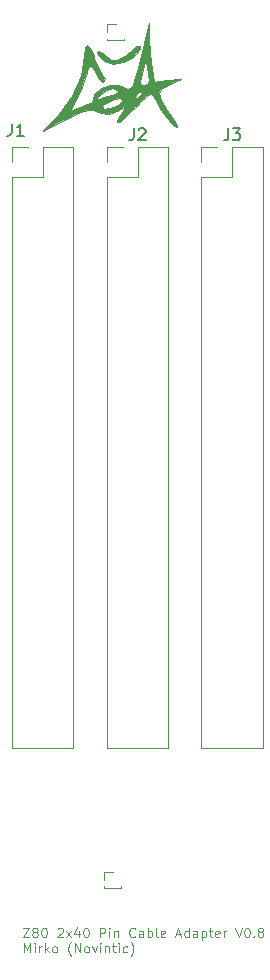
<source format=gbr>
%TF.GenerationSoftware,KiCad,Pcbnew,7.0.2-0*%
%TF.CreationDate,2023-10-04T23:28:18+02:00*%
%TF.ProjectId,Z80Pod2x40PinCable,5a383050-6f64-4327-9834-3050696e4361,rev?*%
%TF.SameCoordinates,Original*%
%TF.FileFunction,Legend,Top*%
%TF.FilePolarity,Positive*%
%FSLAX46Y46*%
G04 Gerber Fmt 4.6, Leading zero omitted, Abs format (unit mm)*
G04 Created by KiCad (PCBNEW 7.0.2-0) date 2023-10-04 23:28:18*
%MOMM*%
%LPD*%
G01*
G04 APERTURE LIST*
%ADD10C,0.100000*%
%ADD11C,0.150000*%
%ADD12C,0.120000*%
%ADD13C,0.010000*%
G04 APERTURE END LIST*
D10*
X70914285Y-136306095D02*
X71447619Y-136306095D01*
X71447619Y-136306095D02*
X70914285Y-137106095D01*
X70914285Y-137106095D02*
X71447619Y-137106095D01*
X71866666Y-136648952D02*
X71790476Y-136610857D01*
X71790476Y-136610857D02*
X71752381Y-136572761D01*
X71752381Y-136572761D02*
X71714285Y-136496571D01*
X71714285Y-136496571D02*
X71714285Y-136458476D01*
X71714285Y-136458476D02*
X71752381Y-136382285D01*
X71752381Y-136382285D02*
X71790476Y-136344190D01*
X71790476Y-136344190D02*
X71866666Y-136306095D01*
X71866666Y-136306095D02*
X72019047Y-136306095D01*
X72019047Y-136306095D02*
X72095238Y-136344190D01*
X72095238Y-136344190D02*
X72133333Y-136382285D01*
X72133333Y-136382285D02*
X72171428Y-136458476D01*
X72171428Y-136458476D02*
X72171428Y-136496571D01*
X72171428Y-136496571D02*
X72133333Y-136572761D01*
X72133333Y-136572761D02*
X72095238Y-136610857D01*
X72095238Y-136610857D02*
X72019047Y-136648952D01*
X72019047Y-136648952D02*
X71866666Y-136648952D01*
X71866666Y-136648952D02*
X71790476Y-136687047D01*
X71790476Y-136687047D02*
X71752381Y-136725142D01*
X71752381Y-136725142D02*
X71714285Y-136801333D01*
X71714285Y-136801333D02*
X71714285Y-136953714D01*
X71714285Y-136953714D02*
X71752381Y-137029904D01*
X71752381Y-137029904D02*
X71790476Y-137068000D01*
X71790476Y-137068000D02*
X71866666Y-137106095D01*
X71866666Y-137106095D02*
X72019047Y-137106095D01*
X72019047Y-137106095D02*
X72095238Y-137068000D01*
X72095238Y-137068000D02*
X72133333Y-137029904D01*
X72133333Y-137029904D02*
X72171428Y-136953714D01*
X72171428Y-136953714D02*
X72171428Y-136801333D01*
X72171428Y-136801333D02*
X72133333Y-136725142D01*
X72133333Y-136725142D02*
X72095238Y-136687047D01*
X72095238Y-136687047D02*
X72019047Y-136648952D01*
X72666667Y-136306095D02*
X72742857Y-136306095D01*
X72742857Y-136306095D02*
X72819048Y-136344190D01*
X72819048Y-136344190D02*
X72857143Y-136382285D01*
X72857143Y-136382285D02*
X72895238Y-136458476D01*
X72895238Y-136458476D02*
X72933333Y-136610857D01*
X72933333Y-136610857D02*
X72933333Y-136801333D01*
X72933333Y-136801333D02*
X72895238Y-136953714D01*
X72895238Y-136953714D02*
X72857143Y-137029904D01*
X72857143Y-137029904D02*
X72819048Y-137068000D01*
X72819048Y-137068000D02*
X72742857Y-137106095D01*
X72742857Y-137106095D02*
X72666667Y-137106095D01*
X72666667Y-137106095D02*
X72590476Y-137068000D01*
X72590476Y-137068000D02*
X72552381Y-137029904D01*
X72552381Y-137029904D02*
X72514286Y-136953714D01*
X72514286Y-136953714D02*
X72476190Y-136801333D01*
X72476190Y-136801333D02*
X72476190Y-136610857D01*
X72476190Y-136610857D02*
X72514286Y-136458476D01*
X72514286Y-136458476D02*
X72552381Y-136382285D01*
X72552381Y-136382285D02*
X72590476Y-136344190D01*
X72590476Y-136344190D02*
X72666667Y-136306095D01*
X73847619Y-136382285D02*
X73885715Y-136344190D01*
X73885715Y-136344190D02*
X73961905Y-136306095D01*
X73961905Y-136306095D02*
X74152381Y-136306095D01*
X74152381Y-136306095D02*
X74228572Y-136344190D01*
X74228572Y-136344190D02*
X74266667Y-136382285D01*
X74266667Y-136382285D02*
X74304762Y-136458476D01*
X74304762Y-136458476D02*
X74304762Y-136534666D01*
X74304762Y-136534666D02*
X74266667Y-136648952D01*
X74266667Y-136648952D02*
X73809524Y-137106095D01*
X73809524Y-137106095D02*
X74304762Y-137106095D01*
X74571429Y-137106095D02*
X74990477Y-136572761D01*
X74571429Y-136572761D02*
X74990477Y-137106095D01*
X75638096Y-136572761D02*
X75638096Y-137106095D01*
X75447620Y-136268000D02*
X75257143Y-136839428D01*
X75257143Y-136839428D02*
X75752382Y-136839428D01*
X76209525Y-136306095D02*
X76285715Y-136306095D01*
X76285715Y-136306095D02*
X76361906Y-136344190D01*
X76361906Y-136344190D02*
X76400001Y-136382285D01*
X76400001Y-136382285D02*
X76438096Y-136458476D01*
X76438096Y-136458476D02*
X76476191Y-136610857D01*
X76476191Y-136610857D02*
X76476191Y-136801333D01*
X76476191Y-136801333D02*
X76438096Y-136953714D01*
X76438096Y-136953714D02*
X76400001Y-137029904D01*
X76400001Y-137029904D02*
X76361906Y-137068000D01*
X76361906Y-137068000D02*
X76285715Y-137106095D01*
X76285715Y-137106095D02*
X76209525Y-137106095D01*
X76209525Y-137106095D02*
X76133334Y-137068000D01*
X76133334Y-137068000D02*
X76095239Y-137029904D01*
X76095239Y-137029904D02*
X76057144Y-136953714D01*
X76057144Y-136953714D02*
X76019048Y-136801333D01*
X76019048Y-136801333D02*
X76019048Y-136610857D01*
X76019048Y-136610857D02*
X76057144Y-136458476D01*
X76057144Y-136458476D02*
X76095239Y-136382285D01*
X76095239Y-136382285D02*
X76133334Y-136344190D01*
X76133334Y-136344190D02*
X76209525Y-136306095D01*
X77428573Y-137106095D02*
X77428573Y-136306095D01*
X77428573Y-136306095D02*
X77733335Y-136306095D01*
X77733335Y-136306095D02*
X77809525Y-136344190D01*
X77809525Y-136344190D02*
X77847620Y-136382285D01*
X77847620Y-136382285D02*
X77885716Y-136458476D01*
X77885716Y-136458476D02*
X77885716Y-136572761D01*
X77885716Y-136572761D02*
X77847620Y-136648952D01*
X77847620Y-136648952D02*
X77809525Y-136687047D01*
X77809525Y-136687047D02*
X77733335Y-136725142D01*
X77733335Y-136725142D02*
X77428573Y-136725142D01*
X78228573Y-137106095D02*
X78228573Y-136572761D01*
X78228573Y-136306095D02*
X78190477Y-136344190D01*
X78190477Y-136344190D02*
X78228573Y-136382285D01*
X78228573Y-136382285D02*
X78266668Y-136344190D01*
X78266668Y-136344190D02*
X78228573Y-136306095D01*
X78228573Y-136306095D02*
X78228573Y-136382285D01*
X78609525Y-136572761D02*
X78609525Y-137106095D01*
X78609525Y-136648952D02*
X78647620Y-136610857D01*
X78647620Y-136610857D02*
X78723810Y-136572761D01*
X78723810Y-136572761D02*
X78838096Y-136572761D01*
X78838096Y-136572761D02*
X78914287Y-136610857D01*
X78914287Y-136610857D02*
X78952382Y-136687047D01*
X78952382Y-136687047D02*
X78952382Y-137106095D01*
X80400002Y-137029904D02*
X80361906Y-137068000D01*
X80361906Y-137068000D02*
X80247621Y-137106095D01*
X80247621Y-137106095D02*
X80171430Y-137106095D01*
X80171430Y-137106095D02*
X80057144Y-137068000D01*
X80057144Y-137068000D02*
X79980954Y-136991809D01*
X79980954Y-136991809D02*
X79942859Y-136915619D01*
X79942859Y-136915619D02*
X79904763Y-136763238D01*
X79904763Y-136763238D02*
X79904763Y-136648952D01*
X79904763Y-136648952D02*
X79942859Y-136496571D01*
X79942859Y-136496571D02*
X79980954Y-136420380D01*
X79980954Y-136420380D02*
X80057144Y-136344190D01*
X80057144Y-136344190D02*
X80171430Y-136306095D01*
X80171430Y-136306095D02*
X80247621Y-136306095D01*
X80247621Y-136306095D02*
X80361906Y-136344190D01*
X80361906Y-136344190D02*
X80400002Y-136382285D01*
X81085716Y-137106095D02*
X81085716Y-136687047D01*
X81085716Y-136687047D02*
X81047621Y-136610857D01*
X81047621Y-136610857D02*
X80971430Y-136572761D01*
X80971430Y-136572761D02*
X80819049Y-136572761D01*
X80819049Y-136572761D02*
X80742859Y-136610857D01*
X81085716Y-137068000D02*
X81009525Y-137106095D01*
X81009525Y-137106095D02*
X80819049Y-137106095D01*
X80819049Y-137106095D02*
X80742859Y-137068000D01*
X80742859Y-137068000D02*
X80704763Y-136991809D01*
X80704763Y-136991809D02*
X80704763Y-136915619D01*
X80704763Y-136915619D02*
X80742859Y-136839428D01*
X80742859Y-136839428D02*
X80819049Y-136801333D01*
X80819049Y-136801333D02*
X81009525Y-136801333D01*
X81009525Y-136801333D02*
X81085716Y-136763238D01*
X81466669Y-137106095D02*
X81466669Y-136306095D01*
X81466669Y-136610857D02*
X81542859Y-136572761D01*
X81542859Y-136572761D02*
X81695240Y-136572761D01*
X81695240Y-136572761D02*
X81771431Y-136610857D01*
X81771431Y-136610857D02*
X81809526Y-136648952D01*
X81809526Y-136648952D02*
X81847621Y-136725142D01*
X81847621Y-136725142D02*
X81847621Y-136953714D01*
X81847621Y-136953714D02*
X81809526Y-137029904D01*
X81809526Y-137029904D02*
X81771431Y-137068000D01*
X81771431Y-137068000D02*
X81695240Y-137106095D01*
X81695240Y-137106095D02*
X81542859Y-137106095D01*
X81542859Y-137106095D02*
X81466669Y-137068000D01*
X82304764Y-137106095D02*
X82228574Y-137068000D01*
X82228574Y-137068000D02*
X82190479Y-136991809D01*
X82190479Y-136991809D02*
X82190479Y-136306095D01*
X82914289Y-137068000D02*
X82838098Y-137106095D01*
X82838098Y-137106095D02*
X82685717Y-137106095D01*
X82685717Y-137106095D02*
X82609527Y-137068000D01*
X82609527Y-137068000D02*
X82571431Y-136991809D01*
X82571431Y-136991809D02*
X82571431Y-136687047D01*
X82571431Y-136687047D02*
X82609527Y-136610857D01*
X82609527Y-136610857D02*
X82685717Y-136572761D01*
X82685717Y-136572761D02*
X82838098Y-136572761D01*
X82838098Y-136572761D02*
X82914289Y-136610857D01*
X82914289Y-136610857D02*
X82952384Y-136687047D01*
X82952384Y-136687047D02*
X82952384Y-136763238D01*
X82952384Y-136763238D02*
X82571431Y-136839428D01*
X83866669Y-136877523D02*
X84247622Y-136877523D01*
X83790479Y-137106095D02*
X84057146Y-136306095D01*
X84057146Y-136306095D02*
X84323812Y-137106095D01*
X84933336Y-137106095D02*
X84933336Y-136306095D01*
X84933336Y-137068000D02*
X84857145Y-137106095D01*
X84857145Y-137106095D02*
X84704764Y-137106095D01*
X84704764Y-137106095D02*
X84628574Y-137068000D01*
X84628574Y-137068000D02*
X84590479Y-137029904D01*
X84590479Y-137029904D02*
X84552383Y-136953714D01*
X84552383Y-136953714D02*
X84552383Y-136725142D01*
X84552383Y-136725142D02*
X84590479Y-136648952D01*
X84590479Y-136648952D02*
X84628574Y-136610857D01*
X84628574Y-136610857D02*
X84704764Y-136572761D01*
X84704764Y-136572761D02*
X84857145Y-136572761D01*
X84857145Y-136572761D02*
X84933336Y-136610857D01*
X85657146Y-137106095D02*
X85657146Y-136687047D01*
X85657146Y-136687047D02*
X85619051Y-136610857D01*
X85619051Y-136610857D02*
X85542860Y-136572761D01*
X85542860Y-136572761D02*
X85390479Y-136572761D01*
X85390479Y-136572761D02*
X85314289Y-136610857D01*
X85657146Y-137068000D02*
X85580955Y-137106095D01*
X85580955Y-137106095D02*
X85390479Y-137106095D01*
X85390479Y-137106095D02*
X85314289Y-137068000D01*
X85314289Y-137068000D02*
X85276193Y-136991809D01*
X85276193Y-136991809D02*
X85276193Y-136915619D01*
X85276193Y-136915619D02*
X85314289Y-136839428D01*
X85314289Y-136839428D02*
X85390479Y-136801333D01*
X85390479Y-136801333D02*
X85580955Y-136801333D01*
X85580955Y-136801333D02*
X85657146Y-136763238D01*
X86038099Y-136572761D02*
X86038099Y-137372761D01*
X86038099Y-136610857D02*
X86114289Y-136572761D01*
X86114289Y-136572761D02*
X86266670Y-136572761D01*
X86266670Y-136572761D02*
X86342861Y-136610857D01*
X86342861Y-136610857D02*
X86380956Y-136648952D01*
X86380956Y-136648952D02*
X86419051Y-136725142D01*
X86419051Y-136725142D02*
X86419051Y-136953714D01*
X86419051Y-136953714D02*
X86380956Y-137029904D01*
X86380956Y-137029904D02*
X86342861Y-137068000D01*
X86342861Y-137068000D02*
X86266670Y-137106095D01*
X86266670Y-137106095D02*
X86114289Y-137106095D01*
X86114289Y-137106095D02*
X86038099Y-137068000D01*
X86647623Y-136572761D02*
X86952385Y-136572761D01*
X86761909Y-136306095D02*
X86761909Y-136991809D01*
X86761909Y-136991809D02*
X86800004Y-137068000D01*
X86800004Y-137068000D02*
X86876194Y-137106095D01*
X86876194Y-137106095D02*
X86952385Y-137106095D01*
X87523814Y-137068000D02*
X87447623Y-137106095D01*
X87447623Y-137106095D02*
X87295242Y-137106095D01*
X87295242Y-137106095D02*
X87219052Y-137068000D01*
X87219052Y-137068000D02*
X87180956Y-136991809D01*
X87180956Y-136991809D02*
X87180956Y-136687047D01*
X87180956Y-136687047D02*
X87219052Y-136610857D01*
X87219052Y-136610857D02*
X87295242Y-136572761D01*
X87295242Y-136572761D02*
X87447623Y-136572761D01*
X87447623Y-136572761D02*
X87523814Y-136610857D01*
X87523814Y-136610857D02*
X87561909Y-136687047D01*
X87561909Y-136687047D02*
X87561909Y-136763238D01*
X87561909Y-136763238D02*
X87180956Y-136839428D01*
X87904766Y-137106095D02*
X87904766Y-136572761D01*
X87904766Y-136725142D02*
X87942861Y-136648952D01*
X87942861Y-136648952D02*
X87980956Y-136610857D01*
X87980956Y-136610857D02*
X88057147Y-136572761D01*
X88057147Y-136572761D02*
X88133337Y-136572761D01*
X88895242Y-136306095D02*
X89161909Y-137106095D01*
X89161909Y-137106095D02*
X89428575Y-136306095D01*
X89847623Y-136306095D02*
X89923813Y-136306095D01*
X89923813Y-136306095D02*
X90000004Y-136344190D01*
X90000004Y-136344190D02*
X90038099Y-136382285D01*
X90038099Y-136382285D02*
X90076194Y-136458476D01*
X90076194Y-136458476D02*
X90114289Y-136610857D01*
X90114289Y-136610857D02*
X90114289Y-136801333D01*
X90114289Y-136801333D02*
X90076194Y-136953714D01*
X90076194Y-136953714D02*
X90038099Y-137029904D01*
X90038099Y-137029904D02*
X90000004Y-137068000D01*
X90000004Y-137068000D02*
X89923813Y-137106095D01*
X89923813Y-137106095D02*
X89847623Y-137106095D01*
X89847623Y-137106095D02*
X89771432Y-137068000D01*
X89771432Y-137068000D02*
X89733337Y-137029904D01*
X89733337Y-137029904D02*
X89695242Y-136953714D01*
X89695242Y-136953714D02*
X89657146Y-136801333D01*
X89657146Y-136801333D02*
X89657146Y-136610857D01*
X89657146Y-136610857D02*
X89695242Y-136458476D01*
X89695242Y-136458476D02*
X89733337Y-136382285D01*
X89733337Y-136382285D02*
X89771432Y-136344190D01*
X89771432Y-136344190D02*
X89847623Y-136306095D01*
X90457147Y-137029904D02*
X90495242Y-137068000D01*
X90495242Y-137068000D02*
X90457147Y-137106095D01*
X90457147Y-137106095D02*
X90419051Y-137068000D01*
X90419051Y-137068000D02*
X90457147Y-137029904D01*
X90457147Y-137029904D02*
X90457147Y-137106095D01*
X90952384Y-136648952D02*
X90876194Y-136610857D01*
X90876194Y-136610857D02*
X90838099Y-136572761D01*
X90838099Y-136572761D02*
X90800003Y-136496571D01*
X90800003Y-136496571D02*
X90800003Y-136458476D01*
X90800003Y-136458476D02*
X90838099Y-136382285D01*
X90838099Y-136382285D02*
X90876194Y-136344190D01*
X90876194Y-136344190D02*
X90952384Y-136306095D01*
X90952384Y-136306095D02*
X91104765Y-136306095D01*
X91104765Y-136306095D02*
X91180956Y-136344190D01*
X91180956Y-136344190D02*
X91219051Y-136382285D01*
X91219051Y-136382285D02*
X91257146Y-136458476D01*
X91257146Y-136458476D02*
X91257146Y-136496571D01*
X91257146Y-136496571D02*
X91219051Y-136572761D01*
X91219051Y-136572761D02*
X91180956Y-136610857D01*
X91180956Y-136610857D02*
X91104765Y-136648952D01*
X91104765Y-136648952D02*
X90952384Y-136648952D01*
X90952384Y-136648952D02*
X90876194Y-136687047D01*
X90876194Y-136687047D02*
X90838099Y-136725142D01*
X90838099Y-136725142D02*
X90800003Y-136801333D01*
X90800003Y-136801333D02*
X90800003Y-136953714D01*
X90800003Y-136953714D02*
X90838099Y-137029904D01*
X90838099Y-137029904D02*
X90876194Y-137068000D01*
X90876194Y-137068000D02*
X90952384Y-137106095D01*
X90952384Y-137106095D02*
X91104765Y-137106095D01*
X91104765Y-137106095D02*
X91180956Y-137068000D01*
X91180956Y-137068000D02*
X91219051Y-137029904D01*
X91219051Y-137029904D02*
X91257146Y-136953714D01*
X91257146Y-136953714D02*
X91257146Y-136801333D01*
X91257146Y-136801333D02*
X91219051Y-136725142D01*
X91219051Y-136725142D02*
X91180956Y-136687047D01*
X91180956Y-136687047D02*
X91104765Y-136648952D01*
X70990476Y-138402095D02*
X70990476Y-137602095D01*
X70990476Y-137602095D02*
X71257142Y-138173523D01*
X71257142Y-138173523D02*
X71523809Y-137602095D01*
X71523809Y-137602095D02*
X71523809Y-138402095D01*
X71904762Y-138402095D02*
X71904762Y-137868761D01*
X71904762Y-137602095D02*
X71866666Y-137640190D01*
X71866666Y-137640190D02*
X71904762Y-137678285D01*
X71904762Y-137678285D02*
X71942857Y-137640190D01*
X71942857Y-137640190D02*
X71904762Y-137602095D01*
X71904762Y-137602095D02*
X71904762Y-137678285D01*
X72285714Y-138402095D02*
X72285714Y-137868761D01*
X72285714Y-138021142D02*
X72323809Y-137944952D01*
X72323809Y-137944952D02*
X72361904Y-137906857D01*
X72361904Y-137906857D02*
X72438095Y-137868761D01*
X72438095Y-137868761D02*
X72514285Y-137868761D01*
X72780952Y-138402095D02*
X72780952Y-137602095D01*
X72857142Y-138097333D02*
X73085714Y-138402095D01*
X73085714Y-137868761D02*
X72780952Y-138173523D01*
X73542856Y-138402095D02*
X73466666Y-138364000D01*
X73466666Y-138364000D02*
X73428571Y-138325904D01*
X73428571Y-138325904D02*
X73390475Y-138249714D01*
X73390475Y-138249714D02*
X73390475Y-138021142D01*
X73390475Y-138021142D02*
X73428571Y-137944952D01*
X73428571Y-137944952D02*
X73466666Y-137906857D01*
X73466666Y-137906857D02*
X73542856Y-137868761D01*
X73542856Y-137868761D02*
X73657142Y-137868761D01*
X73657142Y-137868761D02*
X73733333Y-137906857D01*
X73733333Y-137906857D02*
X73771428Y-137944952D01*
X73771428Y-137944952D02*
X73809523Y-138021142D01*
X73809523Y-138021142D02*
X73809523Y-138249714D01*
X73809523Y-138249714D02*
X73771428Y-138325904D01*
X73771428Y-138325904D02*
X73733333Y-138364000D01*
X73733333Y-138364000D02*
X73657142Y-138402095D01*
X73657142Y-138402095D02*
X73542856Y-138402095D01*
X74990476Y-138706857D02*
X74952381Y-138668761D01*
X74952381Y-138668761D02*
X74876190Y-138554476D01*
X74876190Y-138554476D02*
X74838095Y-138478285D01*
X74838095Y-138478285D02*
X74800000Y-138364000D01*
X74800000Y-138364000D02*
X74761905Y-138173523D01*
X74761905Y-138173523D02*
X74761905Y-138021142D01*
X74761905Y-138021142D02*
X74800000Y-137830666D01*
X74800000Y-137830666D02*
X74838095Y-137716380D01*
X74838095Y-137716380D02*
X74876190Y-137640190D01*
X74876190Y-137640190D02*
X74952381Y-137525904D01*
X74952381Y-137525904D02*
X74990476Y-137487809D01*
X75295238Y-138402095D02*
X75295238Y-137602095D01*
X75295238Y-137602095D02*
X75752381Y-138402095D01*
X75752381Y-138402095D02*
X75752381Y-137602095D01*
X76247618Y-138402095D02*
X76171428Y-138364000D01*
X76171428Y-138364000D02*
X76133333Y-138325904D01*
X76133333Y-138325904D02*
X76095237Y-138249714D01*
X76095237Y-138249714D02*
X76095237Y-138021142D01*
X76095237Y-138021142D02*
X76133333Y-137944952D01*
X76133333Y-137944952D02*
X76171428Y-137906857D01*
X76171428Y-137906857D02*
X76247618Y-137868761D01*
X76247618Y-137868761D02*
X76361904Y-137868761D01*
X76361904Y-137868761D02*
X76438095Y-137906857D01*
X76438095Y-137906857D02*
X76476190Y-137944952D01*
X76476190Y-137944952D02*
X76514285Y-138021142D01*
X76514285Y-138021142D02*
X76514285Y-138249714D01*
X76514285Y-138249714D02*
X76476190Y-138325904D01*
X76476190Y-138325904D02*
X76438095Y-138364000D01*
X76438095Y-138364000D02*
X76361904Y-138402095D01*
X76361904Y-138402095D02*
X76247618Y-138402095D01*
X76780952Y-137868761D02*
X76971428Y-138402095D01*
X76971428Y-138402095D02*
X77161905Y-137868761D01*
X77466667Y-138402095D02*
X77466667Y-137868761D01*
X77466667Y-137602095D02*
X77428571Y-137640190D01*
X77428571Y-137640190D02*
X77466667Y-137678285D01*
X77466667Y-137678285D02*
X77504762Y-137640190D01*
X77504762Y-137640190D02*
X77466667Y-137602095D01*
X77466667Y-137602095D02*
X77466667Y-137678285D01*
X77847619Y-137868761D02*
X77847619Y-138402095D01*
X77847619Y-137944952D02*
X77885714Y-137906857D01*
X77885714Y-137906857D02*
X77961904Y-137868761D01*
X77961904Y-137868761D02*
X78076190Y-137868761D01*
X78076190Y-137868761D02*
X78152381Y-137906857D01*
X78152381Y-137906857D02*
X78190476Y-137983047D01*
X78190476Y-137983047D02*
X78190476Y-138402095D01*
X78457143Y-137868761D02*
X78761905Y-137868761D01*
X78571429Y-137602095D02*
X78571429Y-138287809D01*
X78571429Y-138287809D02*
X78609524Y-138364000D01*
X78609524Y-138364000D02*
X78685714Y-138402095D01*
X78685714Y-138402095D02*
X78761905Y-138402095D01*
X79028572Y-138402095D02*
X79028572Y-137868761D01*
X79028572Y-137602095D02*
X78990476Y-137640190D01*
X78990476Y-137640190D02*
X79028572Y-137678285D01*
X79028572Y-137678285D02*
X79066667Y-137640190D01*
X79066667Y-137640190D02*
X79028572Y-137602095D01*
X79028572Y-137602095D02*
X79028572Y-137678285D01*
X79752381Y-138364000D02*
X79676190Y-138402095D01*
X79676190Y-138402095D02*
X79523809Y-138402095D01*
X79523809Y-138402095D02*
X79447619Y-138364000D01*
X79447619Y-138364000D02*
X79409524Y-138325904D01*
X79409524Y-138325904D02*
X79371428Y-138249714D01*
X79371428Y-138249714D02*
X79371428Y-138021142D01*
X79371428Y-138021142D02*
X79409524Y-137944952D01*
X79409524Y-137944952D02*
X79447619Y-137906857D01*
X79447619Y-137906857D02*
X79523809Y-137868761D01*
X79523809Y-137868761D02*
X79676190Y-137868761D01*
X79676190Y-137868761D02*
X79752381Y-137906857D01*
X80019047Y-138706857D02*
X80057142Y-138668761D01*
X80057142Y-138668761D02*
X80133333Y-138554476D01*
X80133333Y-138554476D02*
X80171428Y-138478285D01*
X80171428Y-138478285D02*
X80209523Y-138364000D01*
X80209523Y-138364000D02*
X80247619Y-138173523D01*
X80247619Y-138173523D02*
X80247619Y-138021142D01*
X80247619Y-138021142D02*
X80209523Y-137830666D01*
X80209523Y-137830666D02*
X80171428Y-137716380D01*
X80171428Y-137716380D02*
X80133333Y-137640190D01*
X80133333Y-137640190D02*
X80057142Y-137525904D01*
X80057142Y-137525904D02*
X80019047Y-137487809D01*
D11*
%TO.C,J2*%
X80286666Y-68632619D02*
X80286666Y-69346904D01*
X80286666Y-69346904D02*
X80239047Y-69489761D01*
X80239047Y-69489761D02*
X80143809Y-69585000D01*
X80143809Y-69585000D02*
X80000952Y-69632619D01*
X80000952Y-69632619D02*
X79905714Y-69632619D01*
X80715238Y-68727857D02*
X80762857Y-68680238D01*
X80762857Y-68680238D02*
X80858095Y-68632619D01*
X80858095Y-68632619D02*
X81096190Y-68632619D01*
X81096190Y-68632619D02*
X81191428Y-68680238D01*
X81191428Y-68680238D02*
X81239047Y-68727857D01*
X81239047Y-68727857D02*
X81286666Y-68823095D01*
X81286666Y-68823095D02*
X81286666Y-68918333D01*
X81286666Y-68918333D02*
X81239047Y-69061190D01*
X81239047Y-69061190D02*
X80667619Y-69632619D01*
X80667619Y-69632619D02*
X81286666Y-69632619D01*
%TO.C,J1*%
X69966666Y-68262619D02*
X69966666Y-68976904D01*
X69966666Y-68976904D02*
X69919047Y-69119761D01*
X69919047Y-69119761D02*
X69823809Y-69215000D01*
X69823809Y-69215000D02*
X69680952Y-69262619D01*
X69680952Y-69262619D02*
X69585714Y-69262619D01*
X70966666Y-69262619D02*
X70395238Y-69262619D01*
X70680952Y-69262619D02*
X70680952Y-68262619D01*
X70680952Y-68262619D02*
X70585714Y-68405476D01*
X70585714Y-68405476D02*
X70490476Y-68500714D01*
X70490476Y-68500714D02*
X70395238Y-68548333D01*
%TO.C,J3*%
X88286666Y-68632619D02*
X88286666Y-69346904D01*
X88286666Y-69346904D02*
X88239047Y-69489761D01*
X88239047Y-69489761D02*
X88143809Y-69585000D01*
X88143809Y-69585000D02*
X88000952Y-69632619D01*
X88000952Y-69632619D02*
X87905714Y-69632619D01*
X88667619Y-68632619D02*
X89286666Y-68632619D01*
X89286666Y-68632619D02*
X88953333Y-69013571D01*
X88953333Y-69013571D02*
X89096190Y-69013571D01*
X89096190Y-69013571D02*
X89191428Y-69061190D01*
X89191428Y-69061190D02*
X89239047Y-69108809D01*
X89239047Y-69108809D02*
X89286666Y-69204047D01*
X89286666Y-69204047D02*
X89286666Y-69442142D01*
X89286666Y-69442142D02*
X89239047Y-69537380D01*
X89239047Y-69537380D02*
X89191428Y-69585000D01*
X89191428Y-69585000D02*
X89096190Y-69632619D01*
X89096190Y-69632619D02*
X88810476Y-69632619D01*
X88810476Y-69632619D02*
X88715238Y-69585000D01*
X88715238Y-69585000D02*
X88667619Y-69537380D01*
D12*
%TO.C,J2*%
X78020000Y-70170000D02*
X79350000Y-70170000D01*
X78020000Y-71500000D02*
X78020000Y-70170000D01*
X78020000Y-72770000D02*
X78020000Y-121090000D01*
X78020000Y-72770000D02*
X80620000Y-72770000D01*
X78020000Y-121090000D02*
X83220000Y-121090000D01*
X80620000Y-70170000D02*
X83220000Y-70170000D01*
X80620000Y-72770000D02*
X80620000Y-70170000D01*
X83220000Y-70170000D02*
X83220000Y-121090000D01*
%TO.C,TP1*%
X78055000Y-59815000D02*
X78750000Y-59815000D01*
X78055000Y-60500000D02*
X78055000Y-59815000D01*
X78055000Y-61185000D02*
X78055000Y-61060000D01*
X78055000Y-61185000D02*
X78141724Y-61185000D01*
X78055000Y-61185000D02*
X79445000Y-61185000D01*
X79358276Y-61185000D02*
X79445000Y-61185000D01*
X79445000Y-61185000D02*
X79445000Y-61060000D01*
%TO.C,J1*%
X69970000Y-70170000D02*
X71300000Y-70170000D01*
X69970000Y-71500000D02*
X69970000Y-70170000D01*
X69970000Y-72770000D02*
X69970000Y-121090000D01*
X69970000Y-72770000D02*
X72570000Y-72770000D01*
X69970000Y-121090000D02*
X75170000Y-121090000D01*
X72570000Y-70170000D02*
X75170000Y-70170000D01*
X72570000Y-72770000D02*
X72570000Y-70170000D01*
X75170000Y-70170000D02*
X75170000Y-121090000D01*
%TO.C,TP2*%
X77805000Y-131565000D02*
X78500000Y-131565000D01*
X77805000Y-132250000D02*
X77805000Y-131565000D01*
X77805000Y-132935000D02*
X77805000Y-132810000D01*
X77805000Y-132935000D02*
X77891724Y-132935000D01*
X77805000Y-132935000D02*
X79195000Y-132935000D01*
X79108276Y-132935000D02*
X79195000Y-132935000D01*
X79195000Y-132935000D02*
X79195000Y-132810000D01*
%TO.C,J3*%
X86020000Y-70170000D02*
X87350000Y-70170000D01*
X86020000Y-71500000D02*
X86020000Y-70170000D01*
X86020000Y-72770000D02*
X86020000Y-121090000D01*
X86020000Y-72770000D02*
X88620000Y-72770000D01*
X86020000Y-121090000D02*
X91220000Y-121090000D01*
X88620000Y-70170000D02*
X91220000Y-70170000D01*
X88620000Y-72770000D02*
X88620000Y-70170000D01*
X91220000Y-70170000D02*
X91220000Y-121090000D01*
%TO.C,G\u002A\u002A\u002A*%
D13*
X80800742Y-61876844D02*
X80381327Y-62382114D01*
X80211910Y-62545128D01*
X79415214Y-63026375D01*
X78545772Y-63158956D01*
X77773012Y-62933039D01*
X77493812Y-62702887D01*
X77205914Y-62255513D01*
X77290576Y-62079134D01*
X77652979Y-62245702D01*
X77857166Y-62427166D01*
X78385149Y-62818930D01*
X78909647Y-62843799D01*
X79550194Y-62484844D01*
X79986161Y-62125687D01*
X80572222Y-61691151D01*
X80854061Y-61627363D01*
X80800742Y-61876844D01*
G36*
X80800742Y-61876844D02*
G01*
X80381327Y-62382114D01*
X80211910Y-62545128D01*
X79415214Y-63026375D01*
X78545772Y-63158956D01*
X77773012Y-62933039D01*
X77493812Y-62702887D01*
X77205914Y-62255513D01*
X77290576Y-62079134D01*
X77652979Y-62245702D01*
X77857166Y-62427166D01*
X78385149Y-62818930D01*
X78909647Y-62843799D01*
X79550194Y-62484844D01*
X79986161Y-62125687D01*
X80572222Y-61691151D01*
X80854061Y-61627363D01*
X80800742Y-61876844D01*
G37*
X81619748Y-61037048D02*
X81670923Y-62097580D01*
X81767431Y-63189307D01*
X81806234Y-63504134D01*
X81966468Y-64673171D01*
X83139734Y-64557640D01*
X84313000Y-64442110D01*
X83360500Y-64855522D01*
X82715075Y-65224756D01*
X82455608Y-65659529D01*
X82579916Y-66243065D01*
X83085815Y-67058590D01*
X83295322Y-67339544D01*
X83735729Y-67958666D01*
X83974113Y-68380333D01*
X83974598Y-68502000D01*
X83618051Y-68301094D01*
X83131029Y-67786862D01*
X82626160Y-67092033D01*
X82304188Y-66533500D01*
X81977442Y-65991230D01*
X81708790Y-65716411D01*
X81674235Y-65708000D01*
X81406484Y-65880770D01*
X80905867Y-66334466D01*
X80279069Y-66972165D01*
X80258038Y-66994614D01*
X79563088Y-67692079D01*
X79099218Y-68066197D01*
X78898651Y-68104541D01*
X78993608Y-67794685D01*
X79237152Y-67388309D01*
X79662896Y-66738542D01*
X78878961Y-67129621D01*
X78196484Y-67376003D01*
X77553234Y-67314804D01*
X77258798Y-67218315D01*
X76804918Y-67088247D01*
X76374890Y-67088681D01*
X75834199Y-67251620D01*
X75048331Y-67609066D01*
X74525785Y-67868539D01*
X72629000Y-68821146D01*
X73941573Y-67428904D01*
X75101344Y-65883869D01*
X75817580Y-64206881D01*
X76058000Y-62501889D01*
X76127500Y-61794804D01*
X76313648Y-61567228D01*
X76582916Y-61813373D01*
X76901777Y-62527452D01*
X76945353Y-62655042D01*
X77225825Y-63399947D01*
X77485082Y-63925673D01*
X77601420Y-64069002D01*
X77818807Y-64366665D01*
X77754951Y-64643583D01*
X77612815Y-64692000D01*
X77372277Y-64482259D01*
X77092279Y-63973379D01*
X77075337Y-63933228D01*
X76759891Y-63424580D01*
X76477657Y-63355423D01*
X76320865Y-63728662D01*
X76312000Y-63909196D01*
X76201875Y-64370651D01*
X75916099Y-65103030D01*
X75597595Y-65782728D01*
X74883190Y-67199044D01*
X75755614Y-66834522D01*
X75969061Y-66748847D01*
X77582000Y-66748847D01*
X77778509Y-66950819D01*
X78246015Y-66941930D01*
X78801482Y-66739177D01*
X78993553Y-66617767D01*
X79315487Y-66291727D01*
X79337288Y-66108622D01*
X79013153Y-66076278D01*
X78472230Y-66213919D01*
X77930834Y-66442648D01*
X77605277Y-66683564D01*
X77582000Y-66748847D01*
X75969061Y-66748847D01*
X76346623Y-66597299D01*
X76697626Y-66474645D01*
X76724019Y-66470000D01*
X76811915Y-66265220D01*
X76820000Y-66128366D01*
X76845067Y-66071555D01*
X77194474Y-66071555D01*
X77230905Y-66156263D01*
X77415096Y-66109177D01*
X77761445Y-66008091D01*
X80376000Y-66008091D01*
X80521126Y-66110478D01*
X80763138Y-65956905D01*
X81029406Y-65646314D01*
X81034037Y-65519370D01*
X80752021Y-65513934D01*
X80458789Y-65770241D01*
X80376000Y-66008091D01*
X77761445Y-66008091D01*
X78044819Y-65925385D01*
X78492841Y-65806821D01*
X78900910Y-65616139D01*
X78962254Y-65426904D01*
X78572931Y-65209700D01*
X77984836Y-65403535D01*
X77546639Y-65729260D01*
X77194474Y-66071555D01*
X76845067Y-66071555D01*
X77035752Y-65639412D01*
X77571484Y-65237270D01*
X78259907Y-64979235D01*
X78933732Y-64922602D01*
X79425670Y-65124666D01*
X79494622Y-65212333D01*
X79773962Y-65335125D01*
X79992092Y-65202413D01*
X80185714Y-64928057D01*
X80326258Y-64578104D01*
X80822468Y-64578104D01*
X80858999Y-64868876D01*
X81107920Y-64944773D01*
X81184797Y-64946000D01*
X81490221Y-64879598D01*
X81575705Y-64588717D01*
X81496813Y-63993500D01*
X81375982Y-63368065D01*
X81292216Y-63011139D01*
X81281642Y-62985504D01*
X81197315Y-63167772D01*
X81037276Y-63691251D01*
X80969626Y-63938004D01*
X80822468Y-64578104D01*
X80326258Y-64578104D01*
X80408173Y-64374138D01*
X80676929Y-63483716D01*
X81009438Y-62199851D01*
X81355631Y-60755000D01*
X81593496Y-59739000D01*
X81619748Y-61037048D01*
G36*
X81619748Y-61037048D02*
G01*
X81670923Y-62097580D01*
X81767431Y-63189307D01*
X81806234Y-63504134D01*
X81966468Y-64673171D01*
X83139734Y-64557640D01*
X84313000Y-64442110D01*
X83360500Y-64855522D01*
X82715075Y-65224756D01*
X82455608Y-65659529D01*
X82579916Y-66243065D01*
X83085815Y-67058590D01*
X83295322Y-67339544D01*
X83735729Y-67958666D01*
X83974113Y-68380333D01*
X83974598Y-68502000D01*
X83618051Y-68301094D01*
X83131029Y-67786862D01*
X82626160Y-67092033D01*
X82304188Y-66533500D01*
X81977442Y-65991230D01*
X81708790Y-65716411D01*
X81674235Y-65708000D01*
X81406484Y-65880770D01*
X80905867Y-66334466D01*
X80279069Y-66972165D01*
X80258038Y-66994614D01*
X79563088Y-67692079D01*
X79099218Y-68066197D01*
X78898651Y-68104541D01*
X78993608Y-67794685D01*
X79237152Y-67388309D01*
X79662896Y-66738542D01*
X78878961Y-67129621D01*
X78196484Y-67376003D01*
X77553234Y-67314804D01*
X77258798Y-67218315D01*
X76804918Y-67088247D01*
X76374890Y-67088681D01*
X75834199Y-67251620D01*
X75048331Y-67609066D01*
X74525785Y-67868539D01*
X72629000Y-68821146D01*
X73941573Y-67428904D01*
X75101344Y-65883869D01*
X75817580Y-64206881D01*
X76058000Y-62501889D01*
X76127500Y-61794804D01*
X76313648Y-61567228D01*
X76582916Y-61813373D01*
X76901777Y-62527452D01*
X76945353Y-62655042D01*
X77225825Y-63399947D01*
X77485082Y-63925673D01*
X77601420Y-64069002D01*
X77818807Y-64366665D01*
X77754951Y-64643583D01*
X77612815Y-64692000D01*
X77372277Y-64482259D01*
X77092279Y-63973379D01*
X77075337Y-63933228D01*
X76759891Y-63424580D01*
X76477657Y-63355423D01*
X76320865Y-63728662D01*
X76312000Y-63909196D01*
X76201875Y-64370651D01*
X75916099Y-65103030D01*
X75597595Y-65782728D01*
X74883190Y-67199044D01*
X75755614Y-66834522D01*
X75969061Y-66748847D01*
X77582000Y-66748847D01*
X77778509Y-66950819D01*
X78246015Y-66941930D01*
X78801482Y-66739177D01*
X78993553Y-66617767D01*
X79315487Y-66291727D01*
X79337288Y-66108622D01*
X79013153Y-66076278D01*
X78472230Y-66213919D01*
X77930834Y-66442648D01*
X77605277Y-66683564D01*
X77582000Y-66748847D01*
X75969061Y-66748847D01*
X76346623Y-66597299D01*
X76697626Y-66474645D01*
X76724019Y-66470000D01*
X76811915Y-66265220D01*
X76820000Y-66128366D01*
X76845067Y-66071555D01*
X77194474Y-66071555D01*
X77230905Y-66156263D01*
X77415096Y-66109177D01*
X77761445Y-66008091D01*
X80376000Y-66008091D01*
X80521126Y-66110478D01*
X80763138Y-65956905D01*
X81029406Y-65646314D01*
X81034037Y-65519370D01*
X80752021Y-65513934D01*
X80458789Y-65770241D01*
X80376000Y-66008091D01*
X77761445Y-66008091D01*
X78044819Y-65925385D01*
X78492841Y-65806821D01*
X78900910Y-65616139D01*
X78962254Y-65426904D01*
X78572931Y-65209700D01*
X77984836Y-65403535D01*
X77546639Y-65729260D01*
X77194474Y-66071555D01*
X76845067Y-66071555D01*
X77035752Y-65639412D01*
X77571484Y-65237270D01*
X78259907Y-64979235D01*
X78933732Y-64922602D01*
X79425670Y-65124666D01*
X79494622Y-65212333D01*
X79773962Y-65335125D01*
X79992092Y-65202413D01*
X80185714Y-64928057D01*
X80326258Y-64578104D01*
X80822468Y-64578104D01*
X80858999Y-64868876D01*
X81107920Y-64944773D01*
X81184797Y-64946000D01*
X81490221Y-64879598D01*
X81575705Y-64588717D01*
X81496813Y-63993500D01*
X81375982Y-63368065D01*
X81292216Y-63011139D01*
X81281642Y-62985504D01*
X81197315Y-63167772D01*
X81037276Y-63691251D01*
X80969626Y-63938004D01*
X80822468Y-64578104D01*
X80326258Y-64578104D01*
X80408173Y-64374138D01*
X80676929Y-63483716D01*
X81009438Y-62199851D01*
X81355631Y-60755000D01*
X81593496Y-59739000D01*
X81619748Y-61037048D01*
G37*
%TD*%
M02*

</source>
